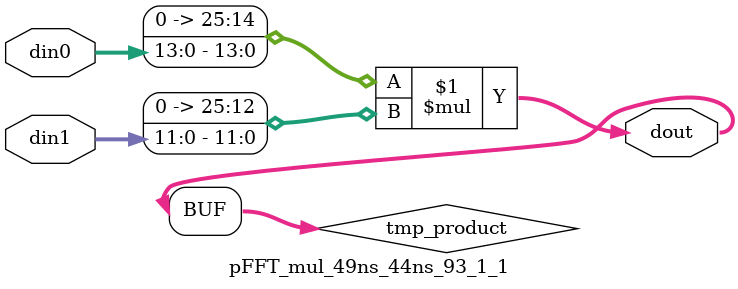
<source format=v>

`timescale 1 ns / 1 ps

 module pFFT_mul_49ns_44ns_93_1_1(din0, din1, dout);
parameter ID = 1;
parameter NUM_STAGE = 0;
parameter din0_WIDTH = 14;
parameter din1_WIDTH = 12;
parameter dout_WIDTH = 26;

input [din0_WIDTH - 1 : 0] din0; 
input [din1_WIDTH - 1 : 0] din1; 
output [dout_WIDTH - 1 : 0] dout;

wire signed [dout_WIDTH - 1 : 0] tmp_product;
























assign tmp_product = $signed({1'b0, din0}) * $signed({1'b0, din1});











assign dout = tmp_product;





















endmodule

</source>
